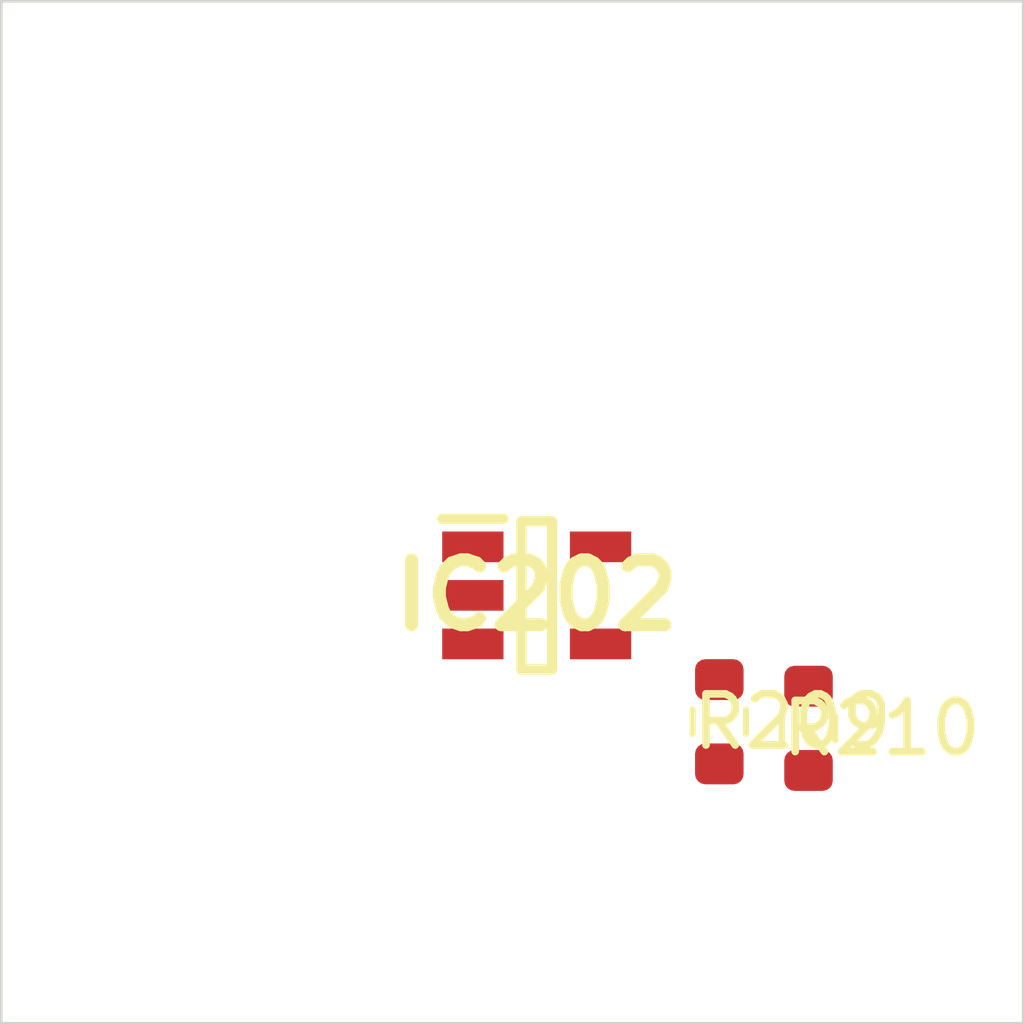
<source format=kicad_pcb>
 ( kicad_pcb  ( version 20171130 )
 ( host pcbnew 5.1.12-84ad8e8a86~92~ubuntu18.04.1 )
 ( general  ( thickness 1.6 )
 ( drawings 4 )
 ( tracks 0 )
 ( zones 0 )
 ( modules 3 )
 ( nets 5 )
)
 ( page A4 )
 ( layers  ( 0 F.Cu signal )
 ( 31 B.Cu signal )
 ( 32 B.Adhes user )
 ( 33 F.Adhes user )
 ( 34 B.Paste user )
 ( 35 F.Paste user )
 ( 36 B.SilkS user )
 ( 37 F.SilkS user )
 ( 38 B.Mask user )
 ( 39 F.Mask user )
 ( 40 Dwgs.User user )
 ( 41 Cmts.User user )
 ( 42 Eco1.User user )
 ( 43 Eco2.User user )
 ( 44 Edge.Cuts user )
 ( 45 Margin user )
 ( 46 B.CrtYd user )
 ( 47 F.CrtYd user )
 ( 48 B.Fab user )
 ( 49 F.Fab user )
)
 ( setup  ( last_trace_width 0.25 )
 ( trace_clearance 0.2 )
 ( zone_clearance 0.508 )
 ( zone_45_only no )
 ( trace_min 0.2 )
 ( via_size 0.8 )
 ( via_drill 0.4 )
 ( via_min_size 0.4 )
 ( via_min_drill 0.3 )
 ( uvia_size 0.3 )
 ( uvia_drill 0.1 )
 ( uvias_allowed no )
 ( uvia_min_size 0.2 )
 ( uvia_min_drill 0.1 )
 ( edge_width 0.05 )
 ( segment_width 0.2 )
 ( pcb_text_width 0.3 )
 ( pcb_text_size 1.5 1.5 )
 ( mod_edge_width 0.12 )
 ( mod_text_size 1 1 )
 ( mod_text_width 0.15 )
 ( pad_size 1.524 1.524 )
 ( pad_drill 0.762 )
 ( pad_to_mask_clearance 0 )
 ( aux_axis_origin 0 0 )
 ( visible_elements FFFFFF7F )
 ( pcbplotparams  ( layerselection 0x010fc_ffffffff )
 ( usegerberextensions false )
 ( usegerberattributes true )
 ( usegerberadvancedattributes true )
 ( creategerberjobfile true )
 ( excludeedgelayer true )
 ( linewidth 0.100000 )
 ( plotframeref false )
 ( viasonmask false )
 ( mode 1 )
 ( useauxorigin false )
 ( hpglpennumber 1 )
 ( hpglpenspeed 20 )
 ( hpglpendiameter 15.000000 )
 ( psnegative false )
 ( psa4output false )
 ( plotreference true )
 ( plotvalue true )
 ( plotinvisibletext false )
 ( padsonsilk false )
 ( subtractmaskfromsilk false )
 ( outputformat 1 )
 ( mirror false )
 ( drillshape 1 )
 ( scaleselection 1 )
 ( outputdirectory "" )
)
)
 ( net 0 "" )
 ( net 1 GND )
 ( net 2 VDDA )
 ( net 3 /Sheet6235D886/vp )
 ( net 4 "Net-(IC202-Pad3)" )
 ( net_class Default "This is the default net class."  ( clearance 0.2 )
 ( trace_width 0.25 )
 ( via_dia 0.8 )
 ( via_drill 0.4 )
 ( uvia_dia 0.3 )
 ( uvia_drill 0.1 )
 ( add_net /Sheet6235D886/vp )
 ( add_net GND )
 ( add_net "Net-(IC202-Pad3)" )
 ( add_net VDDA )
)
 ( module SOT95P280X145-5N locked  ( layer F.Cu )
 ( tedit 62336ED7 )
 ( tstamp 623423ED )
 ( at 90.479100 111.627000 )
 ( descr DBV0005A )
 ( tags "Integrated Circuit" )
 ( path /6235D887/6266C08E )
 ( attr smd )
 ( fp_text reference IC202  ( at 0 0 )
 ( layer F.SilkS )
 ( effects  ( font  ( size 1.27 1.27 )
 ( thickness 0.254 )
)
)
)
 ( fp_text value TL071HIDBVR  ( at 0 0 )
 ( layer F.SilkS )
hide  ( effects  ( font  ( size 1.27 1.27 )
 ( thickness 0.254 )
)
)
)
 ( fp_line  ( start -1.85 -1.5 )
 ( end -0.65 -1.5 )
 ( layer F.SilkS )
 ( width 0.2 )
)
 ( fp_line  ( start -0.3 1.45 )
 ( end -0.3 -1.45 )
 ( layer F.SilkS )
 ( width 0.2 )
)
 ( fp_line  ( start 0.3 1.45 )
 ( end -0.3 1.45 )
 ( layer F.SilkS )
 ( width 0.2 )
)
 ( fp_line  ( start 0.3 -1.45 )
 ( end 0.3 1.45 )
 ( layer F.SilkS )
 ( width 0.2 )
)
 ( fp_line  ( start -0.3 -1.45 )
 ( end 0.3 -1.45 )
 ( layer F.SilkS )
 ( width 0.2 )
)
 ( fp_line  ( start -0.8 -0.5 )
 ( end 0.15 -1.45 )
 ( layer Dwgs.User )
 ( width 0.1 )
)
 ( fp_line  ( start -0.8 1.45 )
 ( end -0.8 -1.45 )
 ( layer Dwgs.User )
 ( width 0.1 )
)
 ( fp_line  ( start 0.8 1.45 )
 ( end -0.8 1.45 )
 ( layer Dwgs.User )
 ( width 0.1 )
)
 ( fp_line  ( start 0.8 -1.45 )
 ( end 0.8 1.45 )
 ( layer Dwgs.User )
 ( width 0.1 )
)
 ( fp_line  ( start -0.8 -1.45 )
 ( end 0.8 -1.45 )
 ( layer Dwgs.User )
 ( width 0.1 )
)
 ( fp_line  ( start -2.1 1.775 )
 ( end -2.1 -1.775 )
 ( layer Dwgs.User )
 ( width 0.05 )
)
 ( fp_line  ( start 2.1 1.775 )
 ( end -2.1 1.775 )
 ( layer Dwgs.User )
 ( width 0.05 )
)
 ( fp_line  ( start 2.1 -1.775 )
 ( end 2.1 1.775 )
 ( layer Dwgs.User )
 ( width 0.05 )
)
 ( fp_line  ( start -2.1 -1.775 )
 ( end 2.1 -1.775 )
 ( layer Dwgs.User )
 ( width 0.05 )
)
 ( pad 1 smd rect  ( at -1.25 -0.95 90.000000 )
 ( size 0.6 1.2 )
 ( layers F.Cu F.Mask F.Paste )
 ( net 3 /Sheet6235D886/vp )
)
 ( pad 2 smd rect  ( at -1.25 0 90.000000 )
 ( size 0.6 1.2 )
 ( layers F.Cu F.Mask F.Paste )
 ( net 1 GND )
)
 ( pad 3 smd rect  ( at -1.25 0.95 90.000000 )
 ( size 0.6 1.2 )
 ( layers F.Cu F.Mask F.Paste )
 ( net 4 "Net-(IC202-Pad3)" )
)
 ( pad 4 smd rect  ( at 1.25 0.95 90.000000 )
 ( size 0.6 1.2 )
 ( layers F.Cu F.Mask F.Paste )
 ( net 3 /Sheet6235D886/vp )
)
 ( pad 5 smd rect  ( at 1.25 -0.95 90.000000 )
 ( size 0.6 1.2 )
 ( layers F.Cu F.Mask F.Paste )
 ( net 2 VDDA )
)
)
 ( module Resistor_SMD:R_0603_1608Metric  ( layer F.Cu )
 ( tedit 5F68FEEE )
 ( tstamp 62342595 )
 ( at 94.052600 114.100000 270.000000 )
 ( descr "Resistor SMD 0603 (1608 Metric), square (rectangular) end terminal, IPC_7351 nominal, (Body size source: IPC-SM-782 page 72, https://www.pcb-3d.com/wordpress/wp-content/uploads/ipc-sm-782a_amendment_1_and_2.pdf), generated with kicad-footprint-generator" )
 ( tags resistor )
 ( path /6235D887/623CDBD9 )
 ( attr smd )
 ( fp_text reference R209  ( at 0 -1.43 )
 ( layer F.SilkS )
 ( effects  ( font  ( size 1 1 )
 ( thickness 0.15 )
)
)
)
 ( fp_text value 100k  ( at 0 1.43 )
 ( layer F.Fab )
 ( effects  ( font  ( size 1 1 )
 ( thickness 0.15 )
)
)
)
 ( fp_line  ( start -0.8 0.4125 )
 ( end -0.8 -0.4125 )
 ( layer F.Fab )
 ( width 0.1 )
)
 ( fp_line  ( start -0.8 -0.4125 )
 ( end 0.8 -0.4125 )
 ( layer F.Fab )
 ( width 0.1 )
)
 ( fp_line  ( start 0.8 -0.4125 )
 ( end 0.8 0.4125 )
 ( layer F.Fab )
 ( width 0.1 )
)
 ( fp_line  ( start 0.8 0.4125 )
 ( end -0.8 0.4125 )
 ( layer F.Fab )
 ( width 0.1 )
)
 ( fp_line  ( start -0.237258 -0.5225 )
 ( end 0.237258 -0.5225 )
 ( layer F.SilkS )
 ( width 0.12 )
)
 ( fp_line  ( start -0.237258 0.5225 )
 ( end 0.237258 0.5225 )
 ( layer F.SilkS )
 ( width 0.12 )
)
 ( fp_line  ( start -1.48 0.73 )
 ( end -1.48 -0.73 )
 ( layer F.CrtYd )
 ( width 0.05 )
)
 ( fp_line  ( start -1.48 -0.73 )
 ( end 1.48 -0.73 )
 ( layer F.CrtYd )
 ( width 0.05 )
)
 ( fp_line  ( start 1.48 -0.73 )
 ( end 1.48 0.73 )
 ( layer F.CrtYd )
 ( width 0.05 )
)
 ( fp_line  ( start 1.48 0.73 )
 ( end -1.48 0.73 )
 ( layer F.CrtYd )
 ( width 0.05 )
)
 ( fp_text user %R  ( at 0 0 )
 ( layer F.Fab )
 ( effects  ( font  ( size 0.4 0.4 )
 ( thickness 0.06 )
)
)
)
 ( pad 1 smd roundrect  ( at -0.825 0 270.000000 )
 ( size 0.8 0.95 )
 ( layers F.Cu F.Mask F.Paste )
 ( roundrect_rratio 0.25 )
 ( net 2 VDDA )
)
 ( pad 2 smd roundrect  ( at 0.825 0 270.000000 )
 ( size 0.8 0.95 )
 ( layers F.Cu F.Mask F.Paste )
 ( roundrect_rratio 0.25 )
 ( net 4 "Net-(IC202-Pad3)" )
)
 ( model ${KISYS3DMOD}/Resistor_SMD.3dshapes/R_0603_1608Metric.wrl  ( at  ( xyz 0 0 0 )
)
 ( scale  ( xyz 1 1 1 )
)
 ( rotate  ( xyz 0 0 0 )
)
)
)
 ( module Resistor_SMD:R_0603_1608Metric  ( layer F.Cu )
 ( tedit 5F68FEEE )
 ( tstamp 623425A6 )
 ( at 95.798600 114.229000 270.000000 )
 ( descr "Resistor SMD 0603 (1608 Metric), square (rectangular) end terminal, IPC_7351 nominal, (Body size source: IPC-SM-782 page 72, https://www.pcb-3d.com/wordpress/wp-content/uploads/ipc-sm-782a_amendment_1_and_2.pdf), generated with kicad-footprint-generator" )
 ( tags resistor )
 ( path /6235D887/623CDBDF )
 ( attr smd )
 ( fp_text reference R210  ( at 0 -1.43 )
 ( layer F.SilkS )
 ( effects  ( font  ( size 1 1 )
 ( thickness 0.15 )
)
)
)
 ( fp_text value 100k  ( at 0 1.43 )
 ( layer F.Fab )
 ( effects  ( font  ( size 1 1 )
 ( thickness 0.15 )
)
)
)
 ( fp_line  ( start 1.48 0.73 )
 ( end -1.48 0.73 )
 ( layer F.CrtYd )
 ( width 0.05 )
)
 ( fp_line  ( start 1.48 -0.73 )
 ( end 1.48 0.73 )
 ( layer F.CrtYd )
 ( width 0.05 )
)
 ( fp_line  ( start -1.48 -0.73 )
 ( end 1.48 -0.73 )
 ( layer F.CrtYd )
 ( width 0.05 )
)
 ( fp_line  ( start -1.48 0.73 )
 ( end -1.48 -0.73 )
 ( layer F.CrtYd )
 ( width 0.05 )
)
 ( fp_line  ( start -0.237258 0.5225 )
 ( end 0.237258 0.5225 )
 ( layer F.SilkS )
 ( width 0.12 )
)
 ( fp_line  ( start -0.237258 -0.5225 )
 ( end 0.237258 -0.5225 )
 ( layer F.SilkS )
 ( width 0.12 )
)
 ( fp_line  ( start 0.8 0.4125 )
 ( end -0.8 0.4125 )
 ( layer F.Fab )
 ( width 0.1 )
)
 ( fp_line  ( start 0.8 -0.4125 )
 ( end 0.8 0.4125 )
 ( layer F.Fab )
 ( width 0.1 )
)
 ( fp_line  ( start -0.8 -0.4125 )
 ( end 0.8 -0.4125 )
 ( layer F.Fab )
 ( width 0.1 )
)
 ( fp_line  ( start -0.8 0.4125 )
 ( end -0.8 -0.4125 )
 ( layer F.Fab )
 ( width 0.1 )
)
 ( fp_text user %R  ( at 0 0 )
 ( layer F.Fab )
 ( effects  ( font  ( size 0.4 0.4 )
 ( thickness 0.06 )
)
)
)
 ( pad 2 smd roundrect  ( at 0.825 0 270.000000 )
 ( size 0.8 0.95 )
 ( layers F.Cu F.Mask F.Paste )
 ( roundrect_rratio 0.25 )
 ( net 1 GND )
)
 ( pad 1 smd roundrect  ( at -0.825 0 270.000000 )
 ( size 0.8 0.95 )
 ( layers F.Cu F.Mask F.Paste )
 ( roundrect_rratio 0.25 )
 ( net 4 "Net-(IC202-Pad3)" )
)
 ( model ${KISYS3DMOD}/Resistor_SMD.3dshapes/R_0603_1608Metric.wrl  ( at  ( xyz 0 0 0 )
)
 ( scale  ( xyz 1 1 1 )
)
 ( rotate  ( xyz 0 0 0 )
)
)
)
 ( gr_line  ( start 100 100 )
 ( end 100 120 )
 ( layer Edge.Cuts )
 ( width 0.05 )
 ( tstamp 62E770C4 )
)
 ( gr_line  ( start 80 120 )
 ( end 100 120 )
 ( layer Edge.Cuts )
 ( width 0.05 )
 ( tstamp 62E770C0 )
)
 ( gr_line  ( start 80 100 )
 ( end 100 100 )
 ( layer Edge.Cuts )
 ( width 0.05 )
 ( tstamp 6234110C )
)
 ( gr_line  ( start 80 100 )
 ( end 80 120 )
 ( layer Edge.Cuts )
 ( width 0.05 )
)
)

</source>
